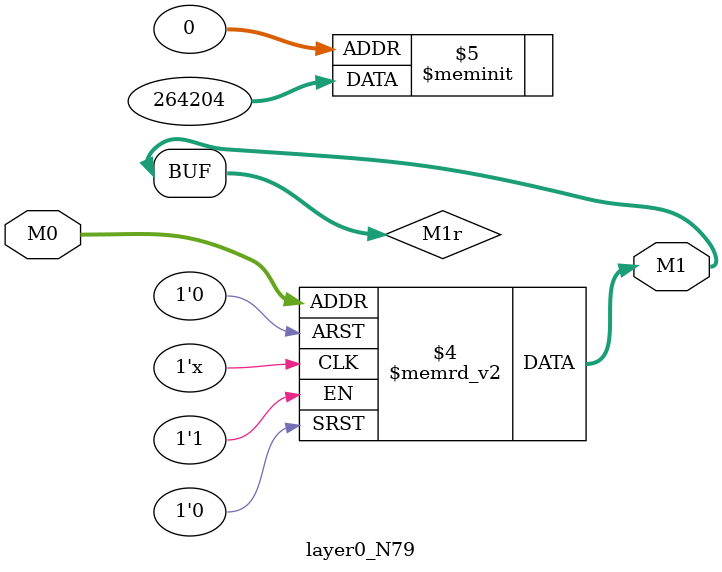
<source format=v>
module layer0_N79 ( input [3:0] M0, output [1:0] M1 );

	(*rom_style = "distributed" *) reg [1:0] M1r;
	assign M1 = M1r;
	always @ (M0) begin
		case (M0)
			4'b0000: M1r = 2'b00;
			4'b1000: M1r = 2'b00;
			4'b0100: M1r = 2'b00;
			4'b1100: M1r = 2'b00;
			4'b0010: M1r = 2'b00;
			4'b1010: M1r = 2'b00;
			4'b0110: M1r = 2'b00;
			4'b1110: M1r = 2'b00;
			4'b0001: M1r = 2'b11;
			4'b1001: M1r = 2'b01;
			4'b0101: M1r = 2'b10;
			4'b1101: M1r = 2'b00;
			4'b0011: M1r = 2'b00;
			4'b1011: M1r = 2'b00;
			4'b0111: M1r = 2'b00;
			4'b1111: M1r = 2'b00;

		endcase
	end
endmodule

</source>
